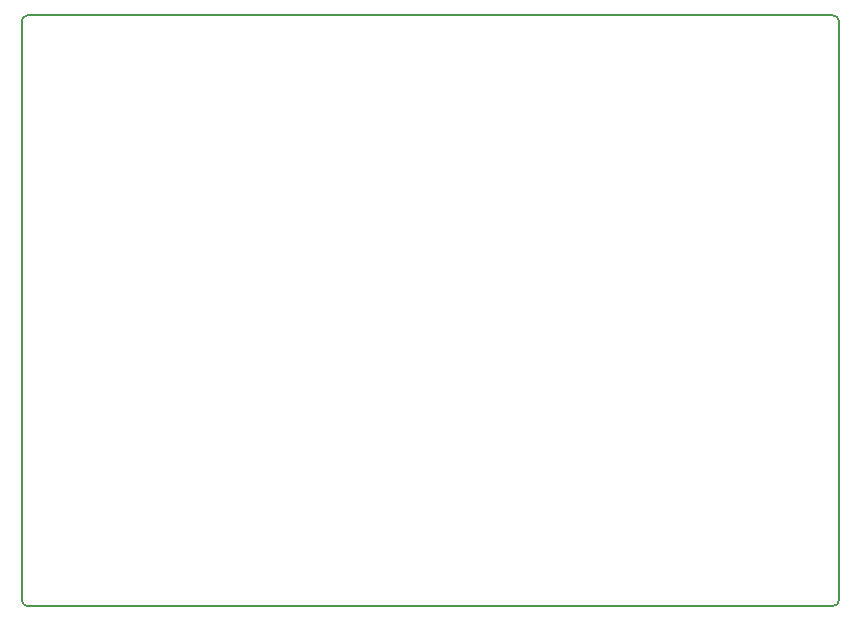
<source format=gm1>
G04*
G04 #@! TF.GenerationSoftware,Altium Limited,Altium Designer,23.8.1 (32)*
G04*
G04 Layer_Color=16711935*
%FSLAX44Y44*%
%MOMM*%
G71*
G04*
G04 #@! TF.SameCoordinates,D96BB530-8D29-4B5F-9446-CCACF09A0524*
G04*
G04*
G04 #@! TF.FilePolarity,Positive*
G04*
G01*
G75*
%ADD10C,0.2000*%
D10*
X727560Y524210D02*
G03*
X722560Y529210I-5000J0D01*
G01*
Y29210D02*
G03*
X727560Y34210I0J5000D01*
G01*
X40560Y529210D02*
G03*
X35560Y524210I0J-5000D01*
G01*
Y34210D02*
G03*
X40560Y29210I5000J0D01*
G01*
X722560D01*
X40560Y529210D02*
X722560D01*
X727560Y34210D02*
Y524210D01*
X35560Y34210D02*
Y524210D01*
M02*

</source>
